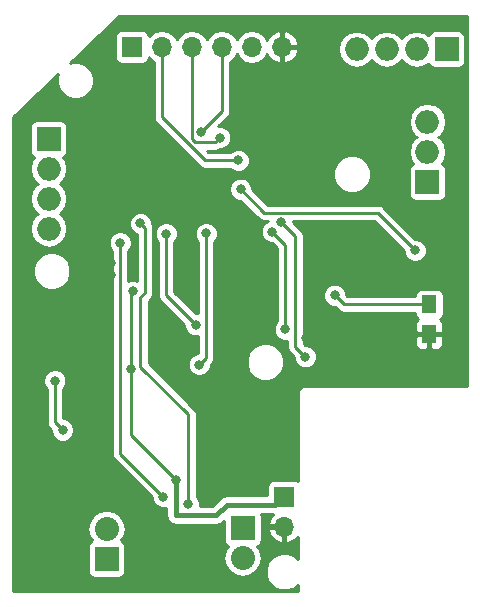
<source format=gbl>
G04 #@! TF.GenerationSoftware,KiCad,Pcbnew,no-vcs-found-7448~57~ubuntu16.04.1*
G04 #@! TF.CreationDate,2017-01-12T14:24:43+02:00*
G04 #@! TF.ProjectId,sd_wav_pcm5100,73645F7761765F70636D353130302E6B,rev?*
G04 #@! TF.FileFunction,Copper,L2,Bot,Signal*
G04 #@! TF.FilePolarity,Positive*
%FSLAX46Y46*%
G04 Gerber Fmt 4.6, Leading zero omitted, Abs format (unit mm)*
G04 Created by KiCad (PCBNEW no-vcs-found-7448~57~ubuntu16.04.1) date Thu Jan 12 14:24:43 2017*
%MOMM*%
%LPD*%
G01*
G04 APERTURE LIST*
%ADD10C,0.100000*%
%ADD11C,0.800000*%
%ADD12R,1.700000X1.700000*%
%ADD13O,1.700000X1.700000*%
%ADD14R,1.250000X1.500000*%
%ADD15O,1.998980X1.998980*%
%ADD16R,1.998980X1.998980*%
%ADD17R,2.032000X2.032000*%
%ADD18O,2.032000X2.032000*%
%ADD19C,0.250000*%
%ADD20C,0.450000*%
%ADD21C,0.254000*%
G04 APERTURE END LIST*
D10*
D11*
X72750000Y-113800000D03*
X73750000Y-113800000D03*
X72750000Y-114800000D03*
X73750000Y-114800000D03*
X73750000Y-116800000D03*
X72750000Y-115800000D03*
X73750000Y-115800000D03*
X72750000Y-116800000D03*
X96990000Y-83610000D03*
X96990000Y-81610000D03*
X96990000Y-79610000D03*
X96990000Y-77610000D03*
X60680000Y-81430000D03*
X60680000Y-83430000D03*
X60680000Y-79430000D03*
X60680000Y-87430000D03*
X60680000Y-85430000D03*
X60160000Y-116510000D03*
X60160000Y-114510000D03*
X60160000Y-112510000D03*
X60160000Y-110510000D03*
X60160000Y-108510000D03*
X60160000Y-106510000D03*
X66070000Y-91040000D03*
X67070000Y-90040000D03*
X66070000Y-90040000D03*
X65070000Y-90040000D03*
X65070000Y-91040000D03*
X68070000Y-90040000D03*
X67070000Y-91040000D03*
X68070000Y-91040000D03*
X85620000Y-73180000D03*
X84620000Y-73180000D03*
X85620000Y-72180000D03*
X84620000Y-72180000D03*
X85620000Y-71180000D03*
X84620000Y-71180000D03*
X85620000Y-70180000D03*
X84620000Y-70180000D03*
D12*
X69820000Y-71700000D03*
D13*
X72360000Y-71700000D03*
X74900000Y-71700000D03*
X77440000Y-71700000D03*
X79980000Y-71700000D03*
X82520000Y-71700000D03*
D14*
X95000000Y-96000000D03*
X95000000Y-93500000D03*
D15*
X62775000Y-84565000D03*
X62775000Y-82025000D03*
D16*
X62775000Y-79485000D03*
D15*
X62775000Y-87105000D03*
X94850000Y-80600000D03*
D16*
X94850000Y-83140000D03*
D15*
X94850000Y-78060000D03*
X88845000Y-71900000D03*
D16*
X96465000Y-71900000D03*
D15*
X93925000Y-71900000D03*
X91385000Y-71900000D03*
D17*
X79200000Y-112410000D03*
D18*
X79200000Y-114950000D03*
X67675000Y-112500000D03*
D17*
X67675000Y-115040000D03*
D13*
X82720000Y-112320000D03*
D12*
X82720000Y-109780000D03*
D11*
X84535911Y-96322143D03*
X87000000Y-92730000D03*
X73540000Y-108350000D03*
X69910000Y-92410000D03*
X69784437Y-98954991D03*
X63310000Y-99980000D03*
X63960000Y-104140000D03*
X75685010Y-78875712D03*
X77277578Y-79374172D03*
X78840000Y-81310000D03*
X93810000Y-88930000D03*
X79028015Y-83738015D03*
X84490000Y-97940000D03*
X82480000Y-86540000D03*
X82800000Y-95630000D03*
X81700000Y-87350000D03*
X75520418Y-98600010D03*
X76110000Y-87500000D03*
X72725010Y-87507283D03*
X75230000Y-95240000D03*
X72470000Y-109780000D03*
X68830000Y-88290000D03*
X74603840Y-110436643D03*
X70550000Y-86650000D03*
D19*
X95000000Y-96000000D02*
X84858054Y-96000000D01*
X84858054Y-96000000D02*
X84535911Y-96322143D01*
D20*
X73540000Y-108350000D02*
X73540000Y-111350000D01*
X73540000Y-111350000D02*
X76950000Y-111350000D01*
X81960000Y-110460000D02*
X82640000Y-109780000D01*
X82640000Y-109780000D02*
X82720000Y-109780000D01*
X76950000Y-111350000D02*
X77840000Y-110460000D01*
X77840000Y-110460000D02*
X81960000Y-110460000D01*
D19*
X87770000Y-93500000D02*
X87000000Y-92730000D01*
X95000000Y-93500000D02*
X87770000Y-93500000D01*
X69784437Y-104594437D02*
X69784437Y-98954991D01*
X73540000Y-108350000D02*
X69784437Y-104594437D01*
X69784437Y-98954991D02*
X69784437Y-92535563D01*
X69784437Y-92535563D02*
X69910000Y-92410000D01*
X63960000Y-104140000D02*
X63310000Y-103490000D01*
X63310000Y-103490000D02*
X63310000Y-99980000D01*
X77440000Y-77120722D02*
X75685010Y-78875712D01*
X77440000Y-71700000D02*
X77440000Y-77120722D01*
X74900000Y-71700000D02*
X74900000Y-79490000D01*
X75184171Y-79774171D02*
X76877579Y-79774171D01*
X76877579Y-79774171D02*
X77277578Y-79374172D01*
X74900000Y-79490000D02*
X75184171Y-79774171D01*
X76004315Y-81310000D02*
X78840000Y-81310000D01*
X72360000Y-77665685D02*
X76004315Y-81310000D01*
X72360000Y-71700000D02*
X72360000Y-77665685D01*
X90630000Y-85750000D02*
X93810000Y-88930000D01*
X81040000Y-85750000D02*
X90630000Y-85750000D01*
X79028015Y-83738015D02*
X81040000Y-85750000D01*
X82480000Y-86540000D02*
X83670000Y-87730000D01*
X83670000Y-87730000D02*
X83670000Y-97120000D01*
X83670000Y-97120000D02*
X84490000Y-97940000D01*
X82800000Y-88450000D02*
X82800000Y-95630000D01*
X81700000Y-87350000D02*
X82800000Y-88450000D01*
X76110000Y-98010428D02*
X75520418Y-98600010D01*
X76110000Y-87500000D02*
X76110000Y-98010428D01*
X72725010Y-92735010D02*
X72725010Y-87507283D01*
X75230000Y-95240000D02*
X72725010Y-92735010D01*
X72470000Y-109780000D02*
X68830000Y-106140000D01*
X68830000Y-106140000D02*
X68830000Y-88290000D01*
X70550000Y-98763551D02*
X74603840Y-102817391D01*
X70550000Y-92917004D02*
X70550000Y-98763551D01*
X70949999Y-92517005D02*
X70550000Y-92917004D01*
X74603840Y-102817391D02*
X74603840Y-110436643D01*
X70949999Y-87049999D02*
X70949999Y-92517005D01*
X70550000Y-86650000D02*
X70949999Y-87049999D01*
D21*
G36*
X98198000Y-100373000D02*
X84475000Y-100373000D01*
X84235057Y-100420728D01*
X84031644Y-100556644D01*
X83895728Y-100760057D01*
X83848000Y-101000000D01*
X83848000Y-108421802D01*
X83795134Y-108386478D01*
X83570000Y-108341696D01*
X81870000Y-108341696D01*
X81644866Y-108386478D01*
X81454006Y-108514006D01*
X81326478Y-108704866D01*
X81281696Y-108930000D01*
X81281696Y-109658000D01*
X77840000Y-109658000D01*
X77533088Y-109719049D01*
X77272900Y-109892900D01*
X76617800Y-110548000D01*
X75580743Y-110548000D01*
X75581010Y-110243158D01*
X75432584Y-109883940D01*
X75305840Y-109756974D01*
X75305840Y-102817391D01*
X75299994Y-102788000D01*
X75252404Y-102548748D01*
X75100229Y-102321002D01*
X71252000Y-98472773D01*
X71252000Y-93207782D01*
X71446388Y-93013394D01*
X71479292Y-92964149D01*
X71598562Y-92785649D01*
X71651999Y-92517005D01*
X71651999Y-87700768D01*
X71747840Y-87700768D01*
X71896266Y-88059986D01*
X72023010Y-88186952D01*
X72023010Y-92735010D01*
X72076447Y-93003654D01*
X72184634Y-93165568D01*
X72228621Y-93231399D01*
X74252985Y-95255763D01*
X74252830Y-95433485D01*
X74401256Y-95792703D01*
X74675851Y-96067778D01*
X75034810Y-96216830D01*
X75408000Y-96217156D01*
X75408000Y-97622911D01*
X75326933Y-97622840D01*
X74967715Y-97771266D01*
X74692640Y-98045861D01*
X74543588Y-98404820D01*
X74543248Y-98793495D01*
X74691674Y-99152713D01*
X74966269Y-99427788D01*
X75325228Y-99576840D01*
X75713903Y-99577180D01*
X76073121Y-99428754D01*
X76348196Y-99154159D01*
X76497248Y-98795200D01*
X76497338Y-98692308D01*
X79532727Y-98692308D01*
X79772305Y-99272132D01*
X80215535Y-99716136D01*
X80794939Y-99956725D01*
X81422308Y-99957273D01*
X82002132Y-99717695D01*
X82446136Y-99274465D01*
X82686725Y-98695061D01*
X82687273Y-98067692D01*
X82447695Y-97487868D01*
X82004465Y-97043864D01*
X81425061Y-96803275D01*
X80797692Y-96802727D01*
X80217868Y-97042305D01*
X79773864Y-97485535D01*
X79533275Y-98064939D01*
X79532727Y-98692308D01*
X76497338Y-98692308D01*
X76497405Y-98615801D01*
X76606389Y-98506817D01*
X76677199Y-98400842D01*
X76758563Y-98279072D01*
X76812000Y-98010428D01*
X76812000Y-88179708D01*
X76937778Y-88054149D01*
X77086830Y-87695190D01*
X77087170Y-87306515D01*
X76938744Y-86947297D01*
X76664149Y-86672222D01*
X76305190Y-86523170D01*
X75916515Y-86522830D01*
X75557297Y-86671256D01*
X75282222Y-86945851D01*
X75133170Y-87304810D01*
X75132830Y-87693485D01*
X75281256Y-88052703D01*
X75408000Y-88179669D01*
X75408000Y-94263155D01*
X75245791Y-94263013D01*
X73427010Y-92444232D01*
X73427010Y-88186991D01*
X73552788Y-88061432D01*
X73701840Y-87702473D01*
X73702180Y-87313798D01*
X73553754Y-86954580D01*
X73279159Y-86679505D01*
X72920200Y-86530453D01*
X72531525Y-86530113D01*
X72172307Y-86678539D01*
X71897232Y-86953134D01*
X71748180Y-87312093D01*
X71747840Y-87700768D01*
X71651999Y-87700768D01*
X71651999Y-87049999D01*
X71598562Y-86781355D01*
X71526980Y-86674224D01*
X71527170Y-86456515D01*
X71378744Y-86097297D01*
X71104149Y-85822222D01*
X70745190Y-85673170D01*
X70356515Y-85672830D01*
X69997297Y-85821256D01*
X69722222Y-86095851D01*
X69573170Y-86454810D01*
X69572830Y-86843485D01*
X69721256Y-87202703D01*
X69995851Y-87477778D01*
X70247999Y-87582478D01*
X70247999Y-91492469D01*
X70105190Y-91433170D01*
X69716515Y-91432830D01*
X69532000Y-91509070D01*
X69532000Y-88969708D01*
X69657778Y-88844149D01*
X69806830Y-88485190D01*
X69807170Y-88096515D01*
X69658744Y-87737297D01*
X69384149Y-87462222D01*
X69025190Y-87313170D01*
X68636515Y-87312830D01*
X68277297Y-87461256D01*
X68002222Y-87735851D01*
X67853170Y-88094810D01*
X67852830Y-88483485D01*
X68001256Y-88842703D01*
X68128000Y-88969669D01*
X68128000Y-106140000D01*
X68181437Y-106408644D01*
X68333611Y-106636389D01*
X71492985Y-109795763D01*
X71492830Y-109973485D01*
X71641256Y-110332703D01*
X71915851Y-110607778D01*
X72274810Y-110756830D01*
X72663485Y-110757170D01*
X72738000Y-110726381D01*
X72738000Y-111350000D01*
X72799049Y-111656912D01*
X72972900Y-111917100D01*
X73233088Y-112090951D01*
X73540000Y-112152000D01*
X76949995Y-112152000D01*
X76950000Y-112152001D01*
X77256912Y-112090951D01*
X77517100Y-111917100D01*
X77595696Y-111838504D01*
X77595696Y-113426000D01*
X77640478Y-113651134D01*
X77768006Y-113841994D01*
X77949179Y-113963049D01*
X77697051Y-114340385D01*
X77575791Y-114950000D01*
X77697051Y-115559615D01*
X78042370Y-116076421D01*
X78559176Y-116421740D01*
X79168791Y-116543000D01*
X79231209Y-116543000D01*
X79840824Y-116421740D01*
X80357630Y-116076421D01*
X80702949Y-115559615D01*
X80824209Y-114950000D01*
X80702949Y-114340385D01*
X80450821Y-113963049D01*
X80631994Y-113841994D01*
X80759522Y-113651134D01*
X80804304Y-113426000D01*
X80804304Y-112639498D01*
X81329227Y-112639498D01*
X81510649Y-113077510D01*
X81892592Y-113482647D01*
X82400500Y-113710781D01*
X82622000Y-113599389D01*
X82622000Y-112418000D01*
X81440999Y-112418000D01*
X81329227Y-112639498D01*
X80804304Y-112639498D01*
X80804304Y-111394000D01*
X80778048Y-111262000D01*
X81793936Y-111262000D01*
X81510649Y-111562490D01*
X81329227Y-112000502D01*
X81440999Y-112222000D01*
X82622000Y-112222000D01*
X82622000Y-112202000D01*
X82818000Y-112202000D01*
X82818000Y-112222000D01*
X82838000Y-112222000D01*
X82838000Y-112418000D01*
X82818000Y-112418000D01*
X82818000Y-113599389D01*
X83039500Y-113710781D01*
X83547408Y-113482647D01*
X83848000Y-113163801D01*
X83848000Y-115047807D01*
X83614465Y-114813864D01*
X83035061Y-114573275D01*
X82407692Y-114572727D01*
X81827868Y-114812305D01*
X81383864Y-115255535D01*
X81143275Y-115834939D01*
X81142727Y-116462308D01*
X81382305Y-117042132D01*
X81825535Y-117486136D01*
X82404939Y-117726725D01*
X83032308Y-117727273D01*
X83612132Y-117487695D01*
X83848000Y-117252238D01*
X83848000Y-117773000D01*
X59752000Y-117773000D01*
X59752000Y-112500000D01*
X66050791Y-112500000D01*
X66172051Y-113109615D01*
X66424179Y-113486951D01*
X66243006Y-113608006D01*
X66115478Y-113798866D01*
X66070696Y-114024000D01*
X66070696Y-116056000D01*
X66115478Y-116281134D01*
X66243006Y-116471994D01*
X66433866Y-116599522D01*
X66659000Y-116644304D01*
X68691000Y-116644304D01*
X68916134Y-116599522D01*
X69106994Y-116471994D01*
X69234522Y-116281134D01*
X69279304Y-116056000D01*
X69279304Y-114024000D01*
X69234522Y-113798866D01*
X69106994Y-113608006D01*
X68925821Y-113486951D01*
X69177949Y-113109615D01*
X69299209Y-112500000D01*
X69177949Y-111890385D01*
X68832630Y-111373579D01*
X68315824Y-111028260D01*
X67706209Y-110907000D01*
X67643791Y-110907000D01*
X67034176Y-111028260D01*
X66517370Y-111373579D01*
X66172051Y-111890385D01*
X66050791Y-112500000D01*
X59752000Y-112500000D01*
X59752000Y-100173485D01*
X62332830Y-100173485D01*
X62481256Y-100532703D01*
X62608000Y-100659669D01*
X62608000Y-103490000D01*
X62661437Y-103758644D01*
X62785829Y-103944810D01*
X62813611Y-103986389D01*
X62982985Y-104155763D01*
X62982830Y-104333485D01*
X63131256Y-104692703D01*
X63405851Y-104967778D01*
X63764810Y-105116830D01*
X64153485Y-105117170D01*
X64512703Y-104968744D01*
X64787778Y-104694149D01*
X64936830Y-104335190D01*
X64937170Y-103946515D01*
X64788744Y-103587297D01*
X64514149Y-103312222D01*
X64155190Y-103163170D01*
X64012000Y-103163045D01*
X64012000Y-100659708D01*
X64137778Y-100534149D01*
X64286830Y-100175190D01*
X64287170Y-99786515D01*
X64138744Y-99427297D01*
X63864149Y-99152222D01*
X63505190Y-99003170D01*
X63116515Y-99002830D01*
X62757297Y-99151256D01*
X62482222Y-99425851D01*
X62333170Y-99784810D01*
X62332830Y-100173485D01*
X59752000Y-100173485D01*
X59752000Y-90992308D01*
X61462727Y-90992308D01*
X61702305Y-91572132D01*
X62145535Y-92016136D01*
X62724939Y-92256725D01*
X63352308Y-92257273D01*
X63932132Y-92017695D01*
X64376136Y-91574465D01*
X64616725Y-90995061D01*
X64617273Y-90367692D01*
X64377695Y-89787868D01*
X63934465Y-89343864D01*
X63355061Y-89103275D01*
X62727692Y-89102727D01*
X62147868Y-89342305D01*
X61703864Y-89785535D01*
X61463275Y-90364939D01*
X61462727Y-90992308D01*
X59752000Y-90992308D01*
X59752000Y-78485510D01*
X61187206Y-78485510D01*
X61187206Y-80484490D01*
X61231988Y-80709624D01*
X61359516Y-80900484D01*
X61550376Y-81028012D01*
X61559694Y-81029865D01*
X61318513Y-81390818D01*
X61198510Y-81994115D01*
X61198510Y-82055885D01*
X61318513Y-82659182D01*
X61660253Y-83170632D01*
X61846383Y-83295000D01*
X61660253Y-83419368D01*
X61318513Y-83930818D01*
X61198510Y-84534115D01*
X61198510Y-84595885D01*
X61318513Y-85199182D01*
X61660253Y-85710632D01*
X61846383Y-85835000D01*
X61660253Y-85959368D01*
X61318513Y-86470818D01*
X61198510Y-87074115D01*
X61198510Y-87135885D01*
X61318513Y-87739182D01*
X61660253Y-88250632D01*
X62171703Y-88592372D01*
X62775000Y-88712375D01*
X63378297Y-88592372D01*
X63889747Y-88250632D01*
X64231487Y-87739182D01*
X64351490Y-87135885D01*
X64351490Y-87074115D01*
X64231487Y-86470818D01*
X63889747Y-85959368D01*
X63703617Y-85835000D01*
X63889747Y-85710632D01*
X64231487Y-85199182D01*
X64351490Y-84595885D01*
X64351490Y-84534115D01*
X64231623Y-83931500D01*
X78050845Y-83931500D01*
X78199271Y-84290718D01*
X78473866Y-84565793D01*
X78832825Y-84714845D01*
X79012224Y-84715002D01*
X80543611Y-86246389D01*
X80771356Y-86398563D01*
X81040000Y-86452000D01*
X81314909Y-86452000D01*
X81147297Y-86521256D01*
X80872222Y-86795851D01*
X80723170Y-87154810D01*
X80722830Y-87543485D01*
X80871256Y-87902703D01*
X81145851Y-88177778D01*
X81504810Y-88326830D01*
X81684209Y-88326987D01*
X82098000Y-88740778D01*
X82098000Y-94950292D01*
X81972222Y-95075851D01*
X81823170Y-95434810D01*
X81822830Y-95823485D01*
X81971256Y-96182703D01*
X82245851Y-96457778D01*
X82604810Y-96606830D01*
X82968000Y-96607148D01*
X82968000Y-97120000D01*
X83021437Y-97388644D01*
X83105223Y-97514039D01*
X83173611Y-97616389D01*
X83512985Y-97955763D01*
X83512830Y-98133485D01*
X83661256Y-98492703D01*
X83935851Y-98767778D01*
X84294810Y-98916830D01*
X84683485Y-98917170D01*
X85042703Y-98768744D01*
X85317778Y-98494149D01*
X85466830Y-98135190D01*
X85467170Y-97746515D01*
X85318744Y-97387297D01*
X85044149Y-97112222D01*
X84685190Y-96963170D01*
X84505791Y-96963013D01*
X84372000Y-96829222D01*
X84372000Y-96242250D01*
X93798000Y-96242250D01*
X93798000Y-96864772D01*
X93885843Y-97076844D01*
X94048155Y-97239157D01*
X94260227Y-97327000D01*
X94757750Y-97327000D01*
X94902000Y-97182750D01*
X94902000Y-96098000D01*
X95098000Y-96098000D01*
X95098000Y-97182750D01*
X95242250Y-97327000D01*
X95739773Y-97327000D01*
X95951845Y-97239157D01*
X96114157Y-97076844D01*
X96202000Y-96864772D01*
X96202000Y-96242250D01*
X96057750Y-96098000D01*
X95098000Y-96098000D01*
X94902000Y-96098000D01*
X93942250Y-96098000D01*
X93798000Y-96242250D01*
X84372000Y-96242250D01*
X84372000Y-92923485D01*
X86022830Y-92923485D01*
X86171256Y-93282703D01*
X86445851Y-93557778D01*
X86804810Y-93706830D01*
X86984209Y-93706987D01*
X87273611Y-93996389D01*
X87501356Y-94148563D01*
X87770000Y-94202000D01*
X93786696Y-94202000D01*
X93786696Y-94250000D01*
X93831478Y-94475134D01*
X93959006Y-94665994D01*
X94080751Y-94747341D01*
X94048155Y-94760843D01*
X93885843Y-94923156D01*
X93798000Y-95135228D01*
X93798000Y-95757750D01*
X93942250Y-95902000D01*
X94902000Y-95902000D01*
X94902000Y-95882000D01*
X95098000Y-95882000D01*
X95098000Y-95902000D01*
X96057750Y-95902000D01*
X96202000Y-95757750D01*
X96202000Y-95135228D01*
X96114157Y-94923156D01*
X95951845Y-94760843D01*
X95919249Y-94747341D01*
X96040994Y-94665994D01*
X96168522Y-94475134D01*
X96213304Y-94250000D01*
X96213304Y-92750000D01*
X96168522Y-92524866D01*
X96040994Y-92334006D01*
X95850134Y-92206478D01*
X95625000Y-92161696D01*
X94375000Y-92161696D01*
X94149866Y-92206478D01*
X93959006Y-92334006D01*
X93831478Y-92524866D01*
X93786696Y-92750000D01*
X93786696Y-92798000D01*
X88060778Y-92798000D01*
X87977015Y-92714237D01*
X87977170Y-92536515D01*
X87828744Y-92177297D01*
X87554149Y-91902222D01*
X87195190Y-91753170D01*
X86806515Y-91752830D01*
X86447297Y-91901256D01*
X86172222Y-92175851D01*
X86023170Y-92534810D01*
X86022830Y-92923485D01*
X84372000Y-92923485D01*
X84372000Y-87730000D01*
X84318563Y-87461356D01*
X84166389Y-87233611D01*
X83457015Y-86524237D01*
X83457078Y-86452000D01*
X90339222Y-86452000D01*
X92832985Y-88945763D01*
X92832830Y-89123485D01*
X92981256Y-89482703D01*
X93255851Y-89757778D01*
X93614810Y-89906830D01*
X94003485Y-89907170D01*
X94362703Y-89758744D01*
X94637778Y-89484149D01*
X94786830Y-89125190D01*
X94787170Y-88736515D01*
X94638744Y-88377297D01*
X94364149Y-88102222D01*
X94005190Y-87953170D01*
X93825791Y-87953013D01*
X91126389Y-85253611D01*
X91044930Y-85199182D01*
X90898644Y-85101437D01*
X90630000Y-85048000D01*
X81330778Y-85048000D01*
X80005030Y-83722252D01*
X80005185Y-83544530D01*
X79856759Y-83185312D01*
X79582164Y-82910237D01*
X79274076Y-82782308D01*
X86882727Y-82782308D01*
X87122305Y-83362132D01*
X87565535Y-83806136D01*
X88144939Y-84046725D01*
X88772308Y-84047273D01*
X89352132Y-83807695D01*
X89796136Y-83364465D01*
X90036725Y-82785061D01*
X90037273Y-82157692D01*
X90030174Y-82140510D01*
X93262206Y-82140510D01*
X93262206Y-84139490D01*
X93306988Y-84364624D01*
X93434516Y-84555484D01*
X93625376Y-84683012D01*
X93850510Y-84727794D01*
X95849490Y-84727794D01*
X96074624Y-84683012D01*
X96265484Y-84555484D01*
X96393012Y-84364624D01*
X96437794Y-84139490D01*
X96437794Y-82140510D01*
X96393012Y-81915376D01*
X96265484Y-81724516D01*
X96074624Y-81596988D01*
X96065306Y-81595135D01*
X96306487Y-81234182D01*
X96426490Y-80630885D01*
X96426490Y-80569115D01*
X96306487Y-79965818D01*
X95964747Y-79454368D01*
X95778617Y-79330000D01*
X95964747Y-79205632D01*
X96306487Y-78694182D01*
X96426490Y-78090885D01*
X96426490Y-78029115D01*
X96306487Y-77425818D01*
X95964747Y-76914368D01*
X95453297Y-76572628D01*
X94850000Y-76452625D01*
X94246703Y-76572628D01*
X93735253Y-76914368D01*
X93393513Y-77425818D01*
X93273510Y-78029115D01*
X93273510Y-78090885D01*
X93393513Y-78694182D01*
X93735253Y-79205632D01*
X93921383Y-79330000D01*
X93735253Y-79454368D01*
X93393513Y-79965818D01*
X93273510Y-80569115D01*
X93273510Y-80630885D01*
X93393513Y-81234182D01*
X93634694Y-81595135D01*
X93625376Y-81596988D01*
X93434516Y-81724516D01*
X93306988Y-81915376D01*
X93262206Y-82140510D01*
X90030174Y-82140510D01*
X89797695Y-81577868D01*
X89354465Y-81133864D01*
X88775061Y-80893275D01*
X88147692Y-80892727D01*
X87567868Y-81132305D01*
X87123864Y-81575535D01*
X86883275Y-82154939D01*
X86882727Y-82782308D01*
X79274076Y-82782308D01*
X79223205Y-82761185D01*
X78834530Y-82760845D01*
X78475312Y-82909271D01*
X78200237Y-83183866D01*
X78051185Y-83542825D01*
X78050845Y-83931500D01*
X64231623Y-83931500D01*
X64231487Y-83930818D01*
X63889747Y-83419368D01*
X63703617Y-83295000D01*
X63889747Y-83170632D01*
X64231487Y-82659182D01*
X64351490Y-82055885D01*
X64351490Y-81994115D01*
X64231487Y-81390818D01*
X63990306Y-81029865D01*
X63999624Y-81028012D01*
X64190484Y-80900484D01*
X64318012Y-80709624D01*
X64362794Y-80484490D01*
X64362794Y-78485510D01*
X64318012Y-78260376D01*
X64190484Y-78069516D01*
X63999624Y-77941988D01*
X63774490Y-77897206D01*
X61775510Y-77897206D01*
X61550376Y-77941988D01*
X61359516Y-78069516D01*
X61231988Y-78260376D01*
X61187206Y-78485510D01*
X59752000Y-78485510D01*
X59752000Y-77643270D01*
X63555941Y-74011775D01*
X63463275Y-74234939D01*
X63462727Y-74862308D01*
X63702305Y-75442132D01*
X64145535Y-75886136D01*
X64724939Y-76126725D01*
X65352308Y-76127273D01*
X65932132Y-75887695D01*
X66376136Y-75444465D01*
X66616725Y-74865061D01*
X66617273Y-74237692D01*
X66377695Y-73657868D01*
X65934465Y-73213864D01*
X65355061Y-72973275D01*
X64727692Y-72972727D01*
X64580716Y-73033456D01*
X66867855Y-70850000D01*
X68381696Y-70850000D01*
X68381696Y-72550000D01*
X68426478Y-72775134D01*
X68554006Y-72965994D01*
X68744866Y-73093522D01*
X68970000Y-73138304D01*
X70670000Y-73138304D01*
X70895134Y-73093522D01*
X71085994Y-72965994D01*
X71213522Y-72775134D01*
X71250896Y-72587243D01*
X71350959Y-72736998D01*
X71658000Y-72942156D01*
X71658000Y-77665685D01*
X71711437Y-77934329D01*
X71801766Y-78069516D01*
X71863611Y-78162074D01*
X75507926Y-81806389D01*
X75735672Y-81958564D01*
X76004315Y-82012000D01*
X78160292Y-82012000D01*
X78285851Y-82137778D01*
X78644810Y-82286830D01*
X79033485Y-82287170D01*
X79392703Y-82138744D01*
X79667778Y-81864149D01*
X79816830Y-81505190D01*
X79817170Y-81116515D01*
X79668744Y-80757297D01*
X79394149Y-80482222D01*
X79035190Y-80333170D01*
X78646515Y-80332830D01*
X78287297Y-80481256D01*
X78160331Y-80608000D01*
X76295093Y-80608000D01*
X76163264Y-80476171D01*
X76877579Y-80476171D01*
X77146223Y-80422734D01*
X77253354Y-80351152D01*
X77471063Y-80351342D01*
X77830281Y-80202916D01*
X78105356Y-79928321D01*
X78254408Y-79569362D01*
X78254748Y-79180687D01*
X78106322Y-78821469D01*
X77831727Y-78546394D01*
X77472768Y-78397342D01*
X77156435Y-78397065D01*
X77936389Y-77617111D01*
X78088564Y-77389365D01*
X78142000Y-77120722D01*
X78142000Y-72942156D01*
X78449041Y-72736998D01*
X78710000Y-72346446D01*
X78970959Y-72736998D01*
X79433911Y-73046333D01*
X79980000Y-73154957D01*
X80526089Y-73046333D01*
X80989041Y-72736998D01*
X81265591Y-72323112D01*
X81357353Y-72527408D01*
X81762490Y-72909351D01*
X82200502Y-73090773D01*
X82422000Y-72979001D01*
X82422000Y-71798000D01*
X82618000Y-71798000D01*
X82618000Y-72979001D01*
X82839498Y-73090773D01*
X83277510Y-72909351D01*
X83682647Y-72527408D01*
X83910781Y-72019500D01*
X83850685Y-71900000D01*
X87237625Y-71900000D01*
X87357628Y-72503297D01*
X87699368Y-73014747D01*
X88210818Y-73356487D01*
X88814115Y-73476490D01*
X88875885Y-73476490D01*
X89479182Y-73356487D01*
X89990632Y-73014747D01*
X90115000Y-72828617D01*
X90239368Y-73014747D01*
X90750818Y-73356487D01*
X91354115Y-73476490D01*
X91415885Y-73476490D01*
X92019182Y-73356487D01*
X92530632Y-73014747D01*
X92655000Y-72828617D01*
X92779368Y-73014747D01*
X93290818Y-73356487D01*
X93894115Y-73476490D01*
X93955885Y-73476490D01*
X94559182Y-73356487D01*
X94920135Y-73115306D01*
X94921988Y-73124624D01*
X95049516Y-73315484D01*
X95240376Y-73443012D01*
X95465510Y-73487794D01*
X97464490Y-73487794D01*
X97689624Y-73443012D01*
X97880484Y-73315484D01*
X98008012Y-73124624D01*
X98052794Y-72899490D01*
X98052794Y-70900510D01*
X98008012Y-70675376D01*
X97880484Y-70484516D01*
X97689624Y-70356988D01*
X97464490Y-70312206D01*
X95465510Y-70312206D01*
X95240376Y-70356988D01*
X95049516Y-70484516D01*
X94921988Y-70675376D01*
X94920135Y-70684694D01*
X94559182Y-70443513D01*
X93955885Y-70323510D01*
X93894115Y-70323510D01*
X93290818Y-70443513D01*
X92779368Y-70785253D01*
X92655000Y-70971383D01*
X92530632Y-70785253D01*
X92019182Y-70443513D01*
X91415885Y-70323510D01*
X91354115Y-70323510D01*
X90750818Y-70443513D01*
X90239368Y-70785253D01*
X90115000Y-70971383D01*
X89990632Y-70785253D01*
X89479182Y-70443513D01*
X88875885Y-70323510D01*
X88814115Y-70323510D01*
X88210818Y-70443513D01*
X87699368Y-70785253D01*
X87357628Y-71296703D01*
X87237625Y-71900000D01*
X83850685Y-71900000D01*
X83799389Y-71798000D01*
X82618000Y-71798000D01*
X82422000Y-71798000D01*
X82402000Y-71798000D01*
X82402000Y-71602000D01*
X82422000Y-71602000D01*
X82422000Y-70420999D01*
X82618000Y-70420999D01*
X82618000Y-71602000D01*
X83799389Y-71602000D01*
X83910781Y-71380500D01*
X83682647Y-70872592D01*
X83277510Y-70490649D01*
X82839498Y-70309227D01*
X82618000Y-70420999D01*
X82422000Y-70420999D01*
X82200502Y-70309227D01*
X81762490Y-70490649D01*
X81357353Y-70872592D01*
X81265591Y-71076888D01*
X80989041Y-70663002D01*
X80526089Y-70353667D01*
X79980000Y-70245043D01*
X79433911Y-70353667D01*
X78970959Y-70663002D01*
X78710000Y-71053554D01*
X78449041Y-70663002D01*
X77986089Y-70353667D01*
X77440000Y-70245043D01*
X76893911Y-70353667D01*
X76430959Y-70663002D01*
X76170000Y-71053554D01*
X75909041Y-70663002D01*
X75446089Y-70353667D01*
X74900000Y-70245043D01*
X74353911Y-70353667D01*
X73890959Y-70663002D01*
X73630000Y-71053554D01*
X73369041Y-70663002D01*
X72906089Y-70353667D01*
X72360000Y-70245043D01*
X71813911Y-70353667D01*
X71350959Y-70663002D01*
X71250896Y-70812757D01*
X71213522Y-70624866D01*
X71085994Y-70434006D01*
X70895134Y-70306478D01*
X70670000Y-70261696D01*
X68970000Y-70261696D01*
X68744866Y-70306478D01*
X68554006Y-70434006D01*
X68426478Y-70624866D01*
X68381696Y-70850000D01*
X66867855Y-70850000D01*
X68751236Y-69052000D01*
X98198000Y-69052000D01*
X98198000Y-100373000D01*
X98198000Y-100373000D01*
G37*
X98198000Y-100373000D02*
X84475000Y-100373000D01*
X84235057Y-100420728D01*
X84031644Y-100556644D01*
X83895728Y-100760057D01*
X83848000Y-101000000D01*
X83848000Y-108421802D01*
X83795134Y-108386478D01*
X83570000Y-108341696D01*
X81870000Y-108341696D01*
X81644866Y-108386478D01*
X81454006Y-108514006D01*
X81326478Y-108704866D01*
X81281696Y-108930000D01*
X81281696Y-109658000D01*
X77840000Y-109658000D01*
X77533088Y-109719049D01*
X77272900Y-109892900D01*
X76617800Y-110548000D01*
X75580743Y-110548000D01*
X75581010Y-110243158D01*
X75432584Y-109883940D01*
X75305840Y-109756974D01*
X75305840Y-102817391D01*
X75299994Y-102788000D01*
X75252404Y-102548748D01*
X75100229Y-102321002D01*
X71252000Y-98472773D01*
X71252000Y-93207782D01*
X71446388Y-93013394D01*
X71479292Y-92964149D01*
X71598562Y-92785649D01*
X71651999Y-92517005D01*
X71651999Y-87700768D01*
X71747840Y-87700768D01*
X71896266Y-88059986D01*
X72023010Y-88186952D01*
X72023010Y-92735010D01*
X72076447Y-93003654D01*
X72184634Y-93165568D01*
X72228621Y-93231399D01*
X74252985Y-95255763D01*
X74252830Y-95433485D01*
X74401256Y-95792703D01*
X74675851Y-96067778D01*
X75034810Y-96216830D01*
X75408000Y-96217156D01*
X75408000Y-97622911D01*
X75326933Y-97622840D01*
X74967715Y-97771266D01*
X74692640Y-98045861D01*
X74543588Y-98404820D01*
X74543248Y-98793495D01*
X74691674Y-99152713D01*
X74966269Y-99427788D01*
X75325228Y-99576840D01*
X75713903Y-99577180D01*
X76073121Y-99428754D01*
X76348196Y-99154159D01*
X76497248Y-98795200D01*
X76497338Y-98692308D01*
X79532727Y-98692308D01*
X79772305Y-99272132D01*
X80215535Y-99716136D01*
X80794939Y-99956725D01*
X81422308Y-99957273D01*
X82002132Y-99717695D01*
X82446136Y-99274465D01*
X82686725Y-98695061D01*
X82687273Y-98067692D01*
X82447695Y-97487868D01*
X82004465Y-97043864D01*
X81425061Y-96803275D01*
X80797692Y-96802727D01*
X80217868Y-97042305D01*
X79773864Y-97485535D01*
X79533275Y-98064939D01*
X79532727Y-98692308D01*
X76497338Y-98692308D01*
X76497405Y-98615801D01*
X76606389Y-98506817D01*
X76677199Y-98400842D01*
X76758563Y-98279072D01*
X76812000Y-98010428D01*
X76812000Y-88179708D01*
X76937778Y-88054149D01*
X77086830Y-87695190D01*
X77087170Y-87306515D01*
X76938744Y-86947297D01*
X76664149Y-86672222D01*
X76305190Y-86523170D01*
X75916515Y-86522830D01*
X75557297Y-86671256D01*
X75282222Y-86945851D01*
X75133170Y-87304810D01*
X75132830Y-87693485D01*
X75281256Y-88052703D01*
X75408000Y-88179669D01*
X75408000Y-94263155D01*
X75245791Y-94263013D01*
X73427010Y-92444232D01*
X73427010Y-88186991D01*
X73552788Y-88061432D01*
X73701840Y-87702473D01*
X73702180Y-87313798D01*
X73553754Y-86954580D01*
X73279159Y-86679505D01*
X72920200Y-86530453D01*
X72531525Y-86530113D01*
X72172307Y-86678539D01*
X71897232Y-86953134D01*
X71748180Y-87312093D01*
X71747840Y-87700768D01*
X71651999Y-87700768D01*
X71651999Y-87049999D01*
X71598562Y-86781355D01*
X71526980Y-86674224D01*
X71527170Y-86456515D01*
X71378744Y-86097297D01*
X71104149Y-85822222D01*
X70745190Y-85673170D01*
X70356515Y-85672830D01*
X69997297Y-85821256D01*
X69722222Y-86095851D01*
X69573170Y-86454810D01*
X69572830Y-86843485D01*
X69721256Y-87202703D01*
X69995851Y-87477778D01*
X70247999Y-87582478D01*
X70247999Y-91492469D01*
X70105190Y-91433170D01*
X69716515Y-91432830D01*
X69532000Y-91509070D01*
X69532000Y-88969708D01*
X69657778Y-88844149D01*
X69806830Y-88485190D01*
X69807170Y-88096515D01*
X69658744Y-87737297D01*
X69384149Y-87462222D01*
X69025190Y-87313170D01*
X68636515Y-87312830D01*
X68277297Y-87461256D01*
X68002222Y-87735851D01*
X67853170Y-88094810D01*
X67852830Y-88483485D01*
X68001256Y-88842703D01*
X68128000Y-88969669D01*
X68128000Y-106140000D01*
X68181437Y-106408644D01*
X68333611Y-106636389D01*
X71492985Y-109795763D01*
X71492830Y-109973485D01*
X71641256Y-110332703D01*
X71915851Y-110607778D01*
X72274810Y-110756830D01*
X72663485Y-110757170D01*
X72738000Y-110726381D01*
X72738000Y-111350000D01*
X72799049Y-111656912D01*
X72972900Y-111917100D01*
X73233088Y-112090951D01*
X73540000Y-112152000D01*
X76949995Y-112152000D01*
X76950000Y-112152001D01*
X77256912Y-112090951D01*
X77517100Y-111917100D01*
X77595696Y-111838504D01*
X77595696Y-113426000D01*
X77640478Y-113651134D01*
X77768006Y-113841994D01*
X77949179Y-113963049D01*
X77697051Y-114340385D01*
X77575791Y-114950000D01*
X77697051Y-115559615D01*
X78042370Y-116076421D01*
X78559176Y-116421740D01*
X79168791Y-116543000D01*
X79231209Y-116543000D01*
X79840824Y-116421740D01*
X80357630Y-116076421D01*
X80702949Y-115559615D01*
X80824209Y-114950000D01*
X80702949Y-114340385D01*
X80450821Y-113963049D01*
X80631994Y-113841994D01*
X80759522Y-113651134D01*
X80804304Y-113426000D01*
X80804304Y-112639498D01*
X81329227Y-112639498D01*
X81510649Y-113077510D01*
X81892592Y-113482647D01*
X82400500Y-113710781D01*
X82622000Y-113599389D01*
X82622000Y-112418000D01*
X81440999Y-112418000D01*
X81329227Y-112639498D01*
X80804304Y-112639498D01*
X80804304Y-111394000D01*
X80778048Y-111262000D01*
X81793936Y-111262000D01*
X81510649Y-111562490D01*
X81329227Y-112000502D01*
X81440999Y-112222000D01*
X82622000Y-112222000D01*
X82622000Y-112202000D01*
X82818000Y-112202000D01*
X82818000Y-112222000D01*
X82838000Y-112222000D01*
X82838000Y-112418000D01*
X82818000Y-112418000D01*
X82818000Y-113599389D01*
X83039500Y-113710781D01*
X83547408Y-113482647D01*
X83848000Y-113163801D01*
X83848000Y-115047807D01*
X83614465Y-114813864D01*
X83035061Y-114573275D01*
X82407692Y-114572727D01*
X81827868Y-114812305D01*
X81383864Y-115255535D01*
X81143275Y-115834939D01*
X81142727Y-116462308D01*
X81382305Y-117042132D01*
X81825535Y-117486136D01*
X82404939Y-117726725D01*
X83032308Y-117727273D01*
X83612132Y-117487695D01*
X83848000Y-117252238D01*
X83848000Y-117773000D01*
X59752000Y-117773000D01*
X59752000Y-112500000D01*
X66050791Y-112500000D01*
X66172051Y-113109615D01*
X66424179Y-113486951D01*
X66243006Y-113608006D01*
X66115478Y-113798866D01*
X66070696Y-114024000D01*
X66070696Y-116056000D01*
X66115478Y-116281134D01*
X66243006Y-116471994D01*
X66433866Y-116599522D01*
X66659000Y-116644304D01*
X68691000Y-116644304D01*
X68916134Y-116599522D01*
X69106994Y-116471994D01*
X69234522Y-116281134D01*
X69279304Y-116056000D01*
X69279304Y-114024000D01*
X69234522Y-113798866D01*
X69106994Y-113608006D01*
X68925821Y-113486951D01*
X69177949Y-113109615D01*
X69299209Y-112500000D01*
X69177949Y-111890385D01*
X68832630Y-111373579D01*
X68315824Y-111028260D01*
X67706209Y-110907000D01*
X67643791Y-110907000D01*
X67034176Y-111028260D01*
X66517370Y-111373579D01*
X66172051Y-111890385D01*
X66050791Y-112500000D01*
X59752000Y-112500000D01*
X59752000Y-100173485D01*
X62332830Y-100173485D01*
X62481256Y-100532703D01*
X62608000Y-100659669D01*
X62608000Y-103490000D01*
X62661437Y-103758644D01*
X62785829Y-103944810D01*
X62813611Y-103986389D01*
X62982985Y-104155763D01*
X62982830Y-104333485D01*
X63131256Y-104692703D01*
X63405851Y-104967778D01*
X63764810Y-105116830D01*
X64153485Y-105117170D01*
X64512703Y-104968744D01*
X64787778Y-104694149D01*
X64936830Y-104335190D01*
X64937170Y-103946515D01*
X64788744Y-103587297D01*
X64514149Y-103312222D01*
X64155190Y-103163170D01*
X64012000Y-103163045D01*
X64012000Y-100659708D01*
X64137778Y-100534149D01*
X64286830Y-100175190D01*
X64287170Y-99786515D01*
X64138744Y-99427297D01*
X63864149Y-99152222D01*
X63505190Y-99003170D01*
X63116515Y-99002830D01*
X62757297Y-99151256D01*
X62482222Y-99425851D01*
X62333170Y-99784810D01*
X62332830Y-100173485D01*
X59752000Y-100173485D01*
X59752000Y-90992308D01*
X61462727Y-90992308D01*
X61702305Y-91572132D01*
X62145535Y-92016136D01*
X62724939Y-92256725D01*
X63352308Y-92257273D01*
X63932132Y-92017695D01*
X64376136Y-91574465D01*
X64616725Y-90995061D01*
X64617273Y-90367692D01*
X64377695Y-89787868D01*
X63934465Y-89343864D01*
X63355061Y-89103275D01*
X62727692Y-89102727D01*
X62147868Y-89342305D01*
X61703864Y-89785535D01*
X61463275Y-90364939D01*
X61462727Y-90992308D01*
X59752000Y-90992308D01*
X59752000Y-78485510D01*
X61187206Y-78485510D01*
X61187206Y-80484490D01*
X61231988Y-80709624D01*
X61359516Y-80900484D01*
X61550376Y-81028012D01*
X61559694Y-81029865D01*
X61318513Y-81390818D01*
X61198510Y-81994115D01*
X61198510Y-82055885D01*
X61318513Y-82659182D01*
X61660253Y-83170632D01*
X61846383Y-83295000D01*
X61660253Y-83419368D01*
X61318513Y-83930818D01*
X61198510Y-84534115D01*
X61198510Y-84595885D01*
X61318513Y-85199182D01*
X61660253Y-85710632D01*
X61846383Y-85835000D01*
X61660253Y-85959368D01*
X61318513Y-86470818D01*
X61198510Y-87074115D01*
X61198510Y-87135885D01*
X61318513Y-87739182D01*
X61660253Y-88250632D01*
X62171703Y-88592372D01*
X62775000Y-88712375D01*
X63378297Y-88592372D01*
X63889747Y-88250632D01*
X64231487Y-87739182D01*
X64351490Y-87135885D01*
X64351490Y-87074115D01*
X64231487Y-86470818D01*
X63889747Y-85959368D01*
X63703617Y-85835000D01*
X63889747Y-85710632D01*
X64231487Y-85199182D01*
X64351490Y-84595885D01*
X64351490Y-84534115D01*
X64231623Y-83931500D01*
X78050845Y-83931500D01*
X78199271Y-84290718D01*
X78473866Y-84565793D01*
X78832825Y-84714845D01*
X79012224Y-84715002D01*
X80543611Y-86246389D01*
X80771356Y-86398563D01*
X81040000Y-86452000D01*
X81314909Y-86452000D01*
X81147297Y-86521256D01*
X80872222Y-86795851D01*
X80723170Y-87154810D01*
X80722830Y-87543485D01*
X80871256Y-87902703D01*
X81145851Y-88177778D01*
X81504810Y-88326830D01*
X81684209Y-88326987D01*
X82098000Y-88740778D01*
X82098000Y-94950292D01*
X81972222Y-95075851D01*
X81823170Y-95434810D01*
X81822830Y-95823485D01*
X81971256Y-96182703D01*
X82245851Y-96457778D01*
X82604810Y-96606830D01*
X82968000Y-96607148D01*
X82968000Y-97120000D01*
X83021437Y-97388644D01*
X83105223Y-97514039D01*
X83173611Y-97616389D01*
X83512985Y-97955763D01*
X83512830Y-98133485D01*
X83661256Y-98492703D01*
X83935851Y-98767778D01*
X84294810Y-98916830D01*
X84683485Y-98917170D01*
X85042703Y-98768744D01*
X85317778Y-98494149D01*
X85466830Y-98135190D01*
X85467170Y-97746515D01*
X85318744Y-97387297D01*
X85044149Y-97112222D01*
X84685190Y-96963170D01*
X84505791Y-96963013D01*
X84372000Y-96829222D01*
X84372000Y-96242250D01*
X93798000Y-96242250D01*
X93798000Y-96864772D01*
X93885843Y-97076844D01*
X94048155Y-97239157D01*
X94260227Y-97327000D01*
X94757750Y-97327000D01*
X94902000Y-97182750D01*
X94902000Y-96098000D01*
X95098000Y-96098000D01*
X95098000Y-97182750D01*
X95242250Y-97327000D01*
X95739773Y-97327000D01*
X95951845Y-97239157D01*
X96114157Y-97076844D01*
X96202000Y-96864772D01*
X96202000Y-96242250D01*
X96057750Y-96098000D01*
X95098000Y-96098000D01*
X94902000Y-96098000D01*
X93942250Y-96098000D01*
X93798000Y-96242250D01*
X84372000Y-96242250D01*
X84372000Y-92923485D01*
X86022830Y-92923485D01*
X86171256Y-93282703D01*
X86445851Y-93557778D01*
X86804810Y-93706830D01*
X86984209Y-93706987D01*
X87273611Y-93996389D01*
X87501356Y-94148563D01*
X87770000Y-94202000D01*
X93786696Y-94202000D01*
X93786696Y-94250000D01*
X93831478Y-94475134D01*
X93959006Y-94665994D01*
X94080751Y-94747341D01*
X94048155Y-94760843D01*
X93885843Y-94923156D01*
X93798000Y-95135228D01*
X93798000Y-95757750D01*
X93942250Y-95902000D01*
X94902000Y-95902000D01*
X94902000Y-95882000D01*
X95098000Y-95882000D01*
X95098000Y-95902000D01*
X96057750Y-95902000D01*
X96202000Y-95757750D01*
X96202000Y-95135228D01*
X96114157Y-94923156D01*
X95951845Y-94760843D01*
X95919249Y-94747341D01*
X96040994Y-94665994D01*
X96168522Y-94475134D01*
X96213304Y-94250000D01*
X96213304Y-92750000D01*
X96168522Y-92524866D01*
X96040994Y-92334006D01*
X95850134Y-92206478D01*
X95625000Y-92161696D01*
X94375000Y-92161696D01*
X94149866Y-92206478D01*
X93959006Y-92334006D01*
X93831478Y-92524866D01*
X93786696Y-92750000D01*
X93786696Y-92798000D01*
X88060778Y-92798000D01*
X87977015Y-92714237D01*
X87977170Y-92536515D01*
X87828744Y-92177297D01*
X87554149Y-91902222D01*
X87195190Y-91753170D01*
X86806515Y-91752830D01*
X86447297Y-91901256D01*
X86172222Y-92175851D01*
X86023170Y-92534810D01*
X86022830Y-92923485D01*
X84372000Y-92923485D01*
X84372000Y-87730000D01*
X84318563Y-87461356D01*
X84166389Y-87233611D01*
X83457015Y-86524237D01*
X83457078Y-86452000D01*
X90339222Y-86452000D01*
X92832985Y-88945763D01*
X92832830Y-89123485D01*
X92981256Y-89482703D01*
X93255851Y-89757778D01*
X93614810Y-89906830D01*
X94003485Y-89907170D01*
X94362703Y-89758744D01*
X94637778Y-89484149D01*
X94786830Y-89125190D01*
X94787170Y-88736515D01*
X94638744Y-88377297D01*
X94364149Y-88102222D01*
X94005190Y-87953170D01*
X93825791Y-87953013D01*
X91126389Y-85253611D01*
X91044930Y-85199182D01*
X90898644Y-85101437D01*
X90630000Y-85048000D01*
X81330778Y-85048000D01*
X80005030Y-83722252D01*
X80005185Y-83544530D01*
X79856759Y-83185312D01*
X79582164Y-82910237D01*
X79274076Y-82782308D01*
X86882727Y-82782308D01*
X87122305Y-83362132D01*
X87565535Y-83806136D01*
X88144939Y-84046725D01*
X88772308Y-84047273D01*
X89352132Y-83807695D01*
X89796136Y-83364465D01*
X90036725Y-82785061D01*
X90037273Y-82157692D01*
X90030174Y-82140510D01*
X93262206Y-82140510D01*
X93262206Y-84139490D01*
X93306988Y-84364624D01*
X93434516Y-84555484D01*
X93625376Y-84683012D01*
X93850510Y-84727794D01*
X95849490Y-84727794D01*
X96074624Y-84683012D01*
X96265484Y-84555484D01*
X96393012Y-84364624D01*
X96437794Y-84139490D01*
X96437794Y-82140510D01*
X96393012Y-81915376D01*
X96265484Y-81724516D01*
X96074624Y-81596988D01*
X96065306Y-81595135D01*
X96306487Y-81234182D01*
X96426490Y-80630885D01*
X96426490Y-80569115D01*
X96306487Y-79965818D01*
X95964747Y-79454368D01*
X95778617Y-79330000D01*
X95964747Y-79205632D01*
X96306487Y-78694182D01*
X96426490Y-78090885D01*
X96426490Y-78029115D01*
X96306487Y-77425818D01*
X95964747Y-76914368D01*
X95453297Y-76572628D01*
X94850000Y-76452625D01*
X94246703Y-76572628D01*
X93735253Y-76914368D01*
X93393513Y-77425818D01*
X93273510Y-78029115D01*
X93273510Y-78090885D01*
X93393513Y-78694182D01*
X93735253Y-79205632D01*
X93921383Y-79330000D01*
X93735253Y-79454368D01*
X93393513Y-79965818D01*
X93273510Y-80569115D01*
X93273510Y-80630885D01*
X93393513Y-81234182D01*
X93634694Y-81595135D01*
X93625376Y-81596988D01*
X93434516Y-81724516D01*
X93306988Y-81915376D01*
X93262206Y-82140510D01*
X90030174Y-82140510D01*
X89797695Y-81577868D01*
X89354465Y-81133864D01*
X88775061Y-80893275D01*
X88147692Y-80892727D01*
X87567868Y-81132305D01*
X87123864Y-81575535D01*
X86883275Y-82154939D01*
X86882727Y-82782308D01*
X79274076Y-82782308D01*
X79223205Y-82761185D01*
X78834530Y-82760845D01*
X78475312Y-82909271D01*
X78200237Y-83183866D01*
X78051185Y-83542825D01*
X78050845Y-83931500D01*
X64231623Y-83931500D01*
X64231487Y-83930818D01*
X63889747Y-83419368D01*
X63703617Y-83295000D01*
X63889747Y-83170632D01*
X64231487Y-82659182D01*
X64351490Y-82055885D01*
X64351490Y-81994115D01*
X64231487Y-81390818D01*
X63990306Y-81029865D01*
X63999624Y-81028012D01*
X64190484Y-80900484D01*
X64318012Y-80709624D01*
X64362794Y-80484490D01*
X64362794Y-78485510D01*
X64318012Y-78260376D01*
X64190484Y-78069516D01*
X63999624Y-77941988D01*
X63774490Y-77897206D01*
X61775510Y-77897206D01*
X61550376Y-77941988D01*
X61359516Y-78069516D01*
X61231988Y-78260376D01*
X61187206Y-78485510D01*
X59752000Y-78485510D01*
X59752000Y-77643270D01*
X63555941Y-74011775D01*
X63463275Y-74234939D01*
X63462727Y-74862308D01*
X63702305Y-75442132D01*
X64145535Y-75886136D01*
X64724939Y-76126725D01*
X65352308Y-76127273D01*
X65932132Y-75887695D01*
X66376136Y-75444465D01*
X66616725Y-74865061D01*
X66617273Y-74237692D01*
X66377695Y-73657868D01*
X65934465Y-73213864D01*
X65355061Y-72973275D01*
X64727692Y-72972727D01*
X64580716Y-73033456D01*
X66867855Y-70850000D01*
X68381696Y-70850000D01*
X68381696Y-72550000D01*
X68426478Y-72775134D01*
X68554006Y-72965994D01*
X68744866Y-73093522D01*
X68970000Y-73138304D01*
X70670000Y-73138304D01*
X70895134Y-73093522D01*
X71085994Y-72965994D01*
X71213522Y-72775134D01*
X71250896Y-72587243D01*
X71350959Y-72736998D01*
X71658000Y-72942156D01*
X71658000Y-77665685D01*
X71711437Y-77934329D01*
X71801766Y-78069516D01*
X71863611Y-78162074D01*
X75507926Y-81806389D01*
X75735672Y-81958564D01*
X76004315Y-82012000D01*
X78160292Y-82012000D01*
X78285851Y-82137778D01*
X78644810Y-82286830D01*
X79033485Y-82287170D01*
X79392703Y-82138744D01*
X79667778Y-81864149D01*
X79816830Y-81505190D01*
X79817170Y-81116515D01*
X79668744Y-80757297D01*
X79394149Y-80482222D01*
X79035190Y-80333170D01*
X78646515Y-80332830D01*
X78287297Y-80481256D01*
X78160331Y-80608000D01*
X76295093Y-80608000D01*
X76163264Y-80476171D01*
X76877579Y-80476171D01*
X77146223Y-80422734D01*
X77253354Y-80351152D01*
X77471063Y-80351342D01*
X77830281Y-80202916D01*
X78105356Y-79928321D01*
X78254408Y-79569362D01*
X78254748Y-79180687D01*
X78106322Y-78821469D01*
X77831727Y-78546394D01*
X77472768Y-78397342D01*
X77156435Y-78397065D01*
X77936389Y-77617111D01*
X78088564Y-77389365D01*
X78142000Y-77120722D01*
X78142000Y-72942156D01*
X78449041Y-72736998D01*
X78710000Y-72346446D01*
X78970959Y-72736998D01*
X79433911Y-73046333D01*
X79980000Y-73154957D01*
X80526089Y-73046333D01*
X80989041Y-72736998D01*
X81265591Y-72323112D01*
X81357353Y-72527408D01*
X81762490Y-72909351D01*
X82200502Y-73090773D01*
X82422000Y-72979001D01*
X82422000Y-71798000D01*
X82618000Y-71798000D01*
X82618000Y-72979001D01*
X82839498Y-73090773D01*
X83277510Y-72909351D01*
X83682647Y-72527408D01*
X83910781Y-72019500D01*
X83850685Y-71900000D01*
X87237625Y-71900000D01*
X87357628Y-72503297D01*
X87699368Y-73014747D01*
X88210818Y-73356487D01*
X88814115Y-73476490D01*
X88875885Y-73476490D01*
X89479182Y-73356487D01*
X89990632Y-73014747D01*
X90115000Y-72828617D01*
X90239368Y-73014747D01*
X90750818Y-73356487D01*
X91354115Y-73476490D01*
X91415885Y-73476490D01*
X92019182Y-73356487D01*
X92530632Y-73014747D01*
X92655000Y-72828617D01*
X92779368Y-73014747D01*
X93290818Y-73356487D01*
X93894115Y-73476490D01*
X93955885Y-73476490D01*
X94559182Y-73356487D01*
X94920135Y-73115306D01*
X94921988Y-73124624D01*
X95049516Y-73315484D01*
X95240376Y-73443012D01*
X95465510Y-73487794D01*
X97464490Y-73487794D01*
X97689624Y-73443012D01*
X97880484Y-73315484D01*
X98008012Y-73124624D01*
X98052794Y-72899490D01*
X98052794Y-70900510D01*
X98008012Y-70675376D01*
X97880484Y-70484516D01*
X97689624Y-70356988D01*
X97464490Y-70312206D01*
X95465510Y-70312206D01*
X95240376Y-70356988D01*
X95049516Y-70484516D01*
X94921988Y-70675376D01*
X94920135Y-70684694D01*
X94559182Y-70443513D01*
X93955885Y-70323510D01*
X93894115Y-70323510D01*
X93290818Y-70443513D01*
X92779368Y-70785253D01*
X92655000Y-70971383D01*
X92530632Y-70785253D01*
X92019182Y-70443513D01*
X91415885Y-70323510D01*
X91354115Y-70323510D01*
X90750818Y-70443513D01*
X90239368Y-70785253D01*
X90115000Y-70971383D01*
X89990632Y-70785253D01*
X89479182Y-70443513D01*
X88875885Y-70323510D01*
X88814115Y-70323510D01*
X88210818Y-70443513D01*
X87699368Y-70785253D01*
X87357628Y-71296703D01*
X87237625Y-71900000D01*
X83850685Y-71900000D01*
X83799389Y-71798000D01*
X82618000Y-71798000D01*
X82422000Y-71798000D01*
X82402000Y-71798000D01*
X82402000Y-71602000D01*
X82422000Y-71602000D01*
X82422000Y-70420999D01*
X82618000Y-70420999D01*
X82618000Y-71602000D01*
X83799389Y-71602000D01*
X83910781Y-71380500D01*
X83682647Y-70872592D01*
X83277510Y-70490649D01*
X82839498Y-70309227D01*
X82618000Y-70420999D01*
X82422000Y-70420999D01*
X82200502Y-70309227D01*
X81762490Y-70490649D01*
X81357353Y-70872592D01*
X81265591Y-71076888D01*
X80989041Y-70663002D01*
X80526089Y-70353667D01*
X79980000Y-70245043D01*
X79433911Y-70353667D01*
X78970959Y-70663002D01*
X78710000Y-71053554D01*
X78449041Y-70663002D01*
X77986089Y-70353667D01*
X77440000Y-70245043D01*
X76893911Y-70353667D01*
X76430959Y-70663002D01*
X76170000Y-71053554D01*
X75909041Y-70663002D01*
X75446089Y-70353667D01*
X74900000Y-70245043D01*
X74353911Y-70353667D01*
X73890959Y-70663002D01*
X73630000Y-71053554D01*
X73369041Y-70663002D01*
X72906089Y-70353667D01*
X72360000Y-70245043D01*
X71813911Y-70353667D01*
X71350959Y-70663002D01*
X71250896Y-70812757D01*
X71213522Y-70624866D01*
X71085994Y-70434006D01*
X70895134Y-70306478D01*
X70670000Y-70261696D01*
X68970000Y-70261696D01*
X68744866Y-70306478D01*
X68554006Y-70434006D01*
X68426478Y-70624866D01*
X68381696Y-70850000D01*
X66867855Y-70850000D01*
X68751236Y-69052000D01*
X98198000Y-69052000D01*
X98198000Y-100373000D01*
M02*

</source>
